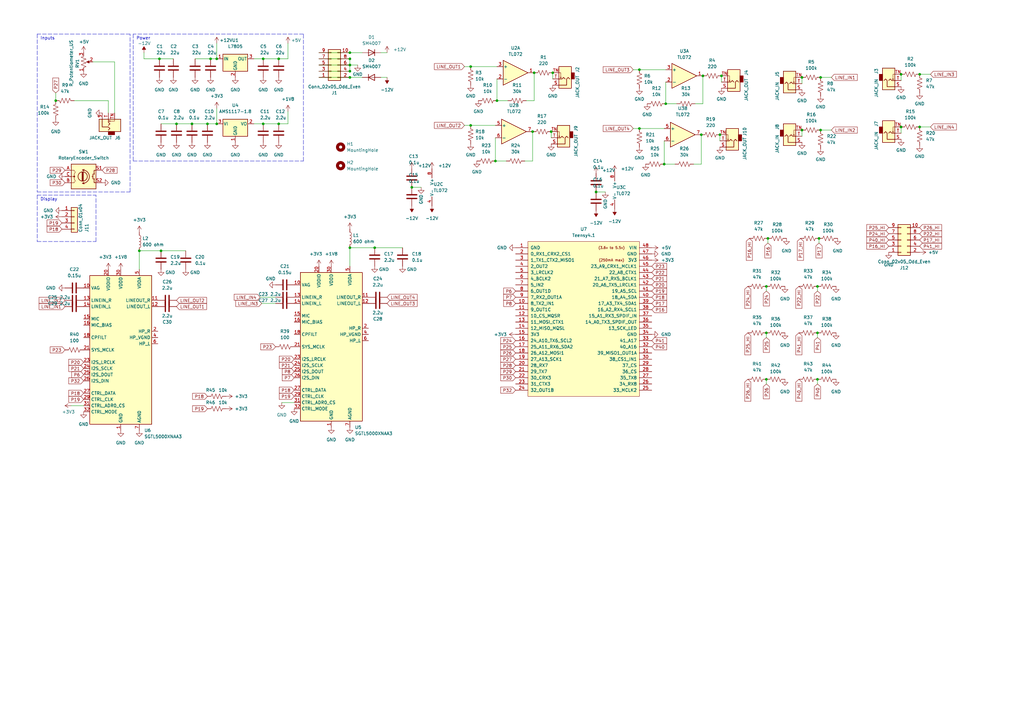
<source format=kicad_sch>
(kicad_sch (version 20211123) (generator eeschema)
  (paper "A3")
  (title_block (title "BM Math Camp Synth 2023"))
  (junction (at 85.09 50.8))
  (junction (at 143.51 29.21))
  (junction (at 226.695 29.845))
  (junction (at 262.255 52.705))
  (junction (at 143.51 101.6))
  (junction (at 143.51 26.67))
  (junction (at 262.255 28.575))
  (junction (at 86.36 24.13))
  (junction (at 369.57 30.48))
  (junction (at 295.91 31.115))
  (junction (at 244.475 78.74))
  (junction (at 66.04 102.87))
  (junction (at 143.51 24.13))
  (junction (at 57.15 102.87))
  (junction (at 377.19 52.07))
  (junction (at 193.04 27.305))
  (junction (at 288.29 31.115))
  (junction (at 369.57 52.07))
  (junction (at 273.05 42.545))
  (junction (at 335.28 117.475))
  (junction (at 377.19 30.48))
  (junction (at 88.9 24.13))
  (junction (at 287.655 55.245))
  (junction (at 143.51 21.59))
  (junction (at 22.86 41.275))
  (junction (at 226.06 53.975))
  (junction (at 272.415 67.31))
  (junction (at 143.51 31.75))
  (junction (at 65.405 24.13))
  (junction (at 114.3 50.8))
  (junction (at 218.44 53.975))
  (junction (at 193.04 51.435))
  (junction (at 335.915 97.79))
  (junction (at 203.2 66.04))
  (junction (at 203.835 41.275))
  (junction (at 153.67 101.6))
  (junction (at 107.95 24.13))
  (junction (at 335.28 136.525))
  (junction (at 72.39 50.8))
  (junction (at 336.55 31.75))
  (junction (at 88.9 50.8))
  (junction (at 314.96 97.79))
  (junction (at 219.075 29.845))
  (junction (at 314.325 136.525))
  (junction (at 314.325 117.475))
  (junction (at 114.3 24.13))
  (junction (at 168.91 76.835))
  (junction (at 328.93 53.34))
  (junction (at 78.74 50.8))
  (junction (at 295.275 55.245))
  (junction (at 336.55 53.34))
  (junction (at 107.95 50.8))
  (junction (at 314.325 155.575))
  (junction (at 328.93 31.75))
  (junction (at 335.28 155.575))
  (polyline (pts (xy 54.61 66.04) (xy 124.46 66.04)))
  (wire (pts (xy 143.51 26.67) (xy 146.685 26.67)))
  (wire (pts (xy 59.055 24.13) (xy 65.405 24.13)))
  (wire (pts (xy 335.915 99.695) (xy 335.915 97.79)))
  (wire (pts (xy 336.55 31.75) (xy 340.995 31.75)))
  (wire (pts (xy 30.48 41.275) (xy 44.45 41.275)))
  (wire (pts (xy 107.95 24.13) (xy 114.3 24.13)))
  (wire (pts (xy 335.28 138.43) (xy 335.28 136.525)))
  (wire (pts (xy 130.81 31.75) (xy 143.51 31.75)))
  (wire (pts (xy 314.325 119.38) (xy 314.325 117.475)))
  (wire (pts (xy 193.04 51.435) (xy 203.2 51.435)))
  (polyline (pts (xy 15.24 78.74) (xy 53.34 78.74)))
  (wire (pts (xy 88.9 17.78) (xy 88.9 24.13)))
  (wire (pts (xy 295.275 55.245) (xy 295.275 57.785)))
  (polyline (pts (xy 53.34 13.97) (xy 15.24 13.97)))
  (wire (pts (xy 88.9 44.45) (xy 88.9 50.8)))
  (wire (pts (xy 107.315 124.46) (xy 113.03 124.46)))
  (polyline (pts (xy 15.24 80.01) (xy 39.37 80.01)))
  (wire (pts (xy 287.655 67.31) (xy 284.48 67.31)))
  (wire (pts (xy 130.81 26.67) (xy 143.51 26.67)))
  (wire (pts (xy 86.36 24.13) (xy 88.9 24.13)))
  (wire (pts (xy 190.5 27.305) (xy 193.04 27.305)))
  (wire (pts (xy 104.14 24.13) (xy 107.95 24.13)))
  (wire (pts (xy 203.2 56.515) (xy 203.2 66.04)))
  (wire (pts (xy 314.325 157.48) (xy 314.325 155.575)))
  (wire (pts (xy 72.39 50.8) (xy 78.74 50.8)))
  (wire (pts (xy 104.14 50.8) (xy 107.95 50.8)))
  (wire (pts (xy 335.28 157.48) (xy 335.28 155.575)))
  (wire (pts (xy 130.81 29.21) (xy 143.51 29.21)))
  (wire (pts (xy 262.255 52.705) (xy 272.415 52.705)))
  (wire (pts (xy 377.19 52.07) (xy 381.635 52.07)))
  (polyline (pts (xy 15.24 99.06) (xy 39.37 99.06)))
  (polyline (pts (xy 15.24 13.97) (xy 15.24 78.74)))
  (wire (pts (xy 78.74 50.8) (xy 85.09 50.8)))
  (wire (pts (xy 130.81 21.59) (xy 143.51 21.59)))
  (wire (pts (xy 143.51 29.21) (xy 143.51 26.67)))
  (wire (pts (xy 22.86 38.1) (xy 22.86 41.275)))
  (wire (pts (xy 143.51 101.6) (xy 143.51 109.22)))
  (wire (pts (xy 248.285 78.74) (xy 244.475 78.74)))
  (wire (pts (xy 143.51 26.67) (xy 143.51 24.13)))
  (wire (pts (xy 29.21 166.37) (xy 34.29 166.37)))
  (wire (pts (xy 272.415 67.31) (xy 276.86 67.31)))
  (wire (pts (xy 65.405 24.13) (xy 71.12 24.13)))
  (wire (pts (xy 369.57 30.48) (xy 369.57 33.02)))
  (wire (pts (xy 203.2 66.04) (xy 207.645 66.04)))
  (wire (pts (xy 118.11 17.78) (xy 118.11 24.13)))
  (polyline (pts (xy 124.46 13.97) (xy 54.61 13.97)))
  (wire (pts (xy 369.57 52.07) (xy 369.57 54.61)))
  (wire (pts (xy 226.695 29.845) (xy 226.695 32.385)))
  (wire (pts (xy 218.44 53.975) (xy 218.44 66.04)))
  (wire (pts (xy 66.04 50.8) (xy 72.39 50.8)))
  (wire (pts (xy 219.075 41.275) (xy 219.075 29.845)))
  (wire (pts (xy 143.51 21.59) (xy 148.59 21.59)))
  (wire (pts (xy 259.715 28.575) (xy 262.255 28.575)))
  (wire (pts (xy 107.95 50.8) (xy 114.3 50.8)))
  (wire (pts (xy 277.495 42.545) (xy 273.05 42.545)))
  (wire (pts (xy 85.09 50.8) (xy 88.9 50.8)))
  (wire (pts (xy 287.655 55.245) (xy 287.655 67.31)))
  (wire (pts (xy 273.05 42.545) (xy 273.05 33.655)))
  (wire (pts (xy 190.5 51.435) (xy 193.04 51.435)))
  (wire (pts (xy 115.57 165.1) (xy 120.65 165.1)))
  (wire (pts (xy 215.9 41.275) (xy 219.075 41.275)))
  (wire (pts (xy 156.21 21.59) (xy 158.75 21.59)))
  (wire (pts (xy 156.21 31.75) (xy 158.75 31.75)))
  (wire (pts (xy 38.1 25.4) (xy 46.99 25.4)))
  (wire (pts (xy 208.28 41.275) (xy 203.835 41.275)))
  (wire (pts (xy 57.15 102.87) (xy 66.04 102.87)))
  (wire (pts (xy 285.115 42.545) (xy 288.29 42.545)))
  (wire (pts (xy 288.29 42.545) (xy 288.29 31.115)))
  (wire (pts (xy 130.81 24.13) (xy 143.51 24.13)))
  (wire (pts (xy 118.11 45.72) (xy 118.11 50.8)))
  (polyline (pts (xy 53.34 78.74) (xy 53.34 13.97)))
  (wire (pts (xy 59.055 21.59) (xy 59.055 24.13)))
  (wire (pts (xy 143.51 31.75) (xy 148.59 31.75)))
  (wire (pts (xy 328.93 53.34) (xy 328.93 55.88)))
  (wire (pts (xy 262.255 28.575) (xy 273.05 28.575)))
  (wire (pts (xy 259.715 52.705) (xy 262.255 52.705)))
  (wire (pts (xy 328.93 31.75) (xy 328.93 34.29)))
  (polyline (pts (xy 54.61 13.97) (xy 54.61 66.04)))
  (wire (pts (xy 314.325 138.43) (xy 314.325 136.525)))
  (wire (pts (xy 80.01 24.13) (xy 86.36 24.13)))
  (polyline (pts (xy 15.24 80.01) (xy 15.24 99.06)))
  (wire (pts (xy 143.51 101.6) (xy 153.67 101.6)))
  (wire (pts (xy 57.15 102.87) (xy 57.15 110.49)))
  (wire (pts (xy 226.06 53.975) (xy 226.06 56.515)))
  (polyline (pts (xy 39.37 99.06) (xy 39.37 80.01)))
  (wire (pts (xy 44.45 41.275) (xy 44.45 46.355)))
  (wire (pts (xy 46.99 25.4) (xy 46.99 46.355)))
  (wire (pts (xy 193.04 27.305) (xy 203.835 27.305)))
  (wire (pts (xy 295.91 31.115) (xy 295.91 33.655)))
  (wire (pts (xy 118.11 24.13) (xy 114.3 24.13)))
  (wire (pts (xy 218.44 66.04) (xy 215.265 66.04)))
  (wire (pts (xy 314.96 99.695) (xy 314.96 97.79)))
  (wire (pts (xy 272.415 57.785) (xy 272.415 67.31)))
  (wire (pts (xy 118.11 50.8) (xy 114.3 50.8)))
  (wire (pts (xy 66.04 102.87) (xy 76.2 102.87)))
  (wire (pts (xy 153.67 101.6) (xy 165.1 101.6)))
  (wire (pts (xy 377.19 30.48) (xy 381.635 30.48)))
  (wire (pts (xy 335.28 119.38) (xy 335.28 117.475)))
  (wire (pts (xy 106.68 121.92) (xy 113.03 121.92)))
  (wire (pts (xy 172.72 76.835) (xy 168.91 76.835)))
  (wire (pts (xy 203.835 41.275) (xy 203.835 32.385)))
  (wire (pts (xy 336.55 53.34) (xy 340.995 53.34)))
  (polyline (pts (xy 124.46 66.04) (xy 124.46 13.97)))
  (text "Display" (at 16.51 82.55 0) (effects (font (size 1.27 1.27)) (justify left bottom)))
  (text "Inputs" (at 16.51 16.51 0) (effects (font (size 1.27 1.27)) (justify left bottom)))
  (text "Power" (at 55.88 16.51 0) (effects (font (size 1.27 1.27)) (justify left bottom)))
  (global_label "P16_HI" (shape input) (at 364.49 100.965 180) (property "Intersheet References" "${INTERSHEET_REFS}" (effects hide)))
  (global_label "P6" (shape input) (at 211.455 119.38 180) (property "Intersheet References" "${INTERSHEET_REFS}" (effects hide)))
  (global_label "LINE_IN2" (shape input) (at 26.67 123.19 180) (property "Intersheet References" "${INTERSHEET_REFS}" (effects hide)))
  (global_label "P30" (shape input) (at 211.455 154.94 180) (property "Intersheet References" "${INTERSHEET_REFS}" (effects hide)))
  (global_label "P20" (shape input) (at 120.65 147.32 180) (property "Intersheet References" "${INTERSHEET_REFS}" (effects hide)))
  (global_label "LINE_OUT4" (shape input) (at 158.75 121.92 0) (property "Intersheet References" "${INTERSHEET_REFS}" (effects hide)))
  (global_label "P41_HI" (shape input) (at 327.66 136.525 270) (property "Intersheet References" "${INTERSHEET_REFS}" (effects hide)))
  (global_label "P19" (shape input) (at 267.335 119.38 0) (property "Intersheet References" "${INTERSHEET_REFS}" (effects hide)))
  (global_label "LINE_OUT2" (shape input) (at 190.5 51.435 180) (property "Intersheet References" "${INTERSHEET_REFS}" (effects hide)))
  (global_label "P40_HI" (shape input) (at 364.49 98.425 180) (property "Intersheet References" "${INTERSHEET_REFS}" (effects hide)))
  (global_label "LINE_OUT2" (shape input) (at 72.39 123.19 0) (property "Intersheet References" "${INTERSHEET_REFS}" (effects hide)))
  (global_label "P23" (shape input) (at 113.03 142.24 180) (property "Intersheet References" "${INTERSHEET_REFS}" (effects hide)))
  (global_label "LINE_IN4" (shape input) (at 106.68 121.92 180) (property "Intersheet References" "${INTERSHEET_REFS}" (effects hide)))
  (global_label "P41" (shape input) (at 267.335 139.7 0) (property "Intersheet References" "${INTERSHEET_REFS}" (effects hide)))
  (global_label "LINE_OUT4" (shape input) (at 259.715 52.705 180) (property "Intersheet References" "${INTERSHEET_REFS}" (effects hide)))
  (global_label "P41_HI" (shape input) (at 377.19 100.965 0) (property "Intersheet References" "${INTERSHEET_REFS}" (effects hide)))
  (global_label "P19" (shape input) (at 85.09 167.64 180) (property "Intersheet References" "${INTERSHEET_REFS}" (effects hide)))
  (global_label "P32" (shape input) (at 211.455 160.02 180) (property "Intersheet References" "${INTERSHEET_REFS}" (effects hide)))
  (global_label "LINE_IN3" (shape input) (at 107.315 124.46 180) (property "Intersheet References" "${INTERSHEET_REFS}" (effects hide)))
  (global_label "P16" (shape input) (at 314.96 99.695 270) (property "Intersheet References" "${INTERSHEET_REFS}" (effects hide)))
  (global_label "P19" (shape input) (at 25.4 91.44 180) (property "Intersheet References" "${INTERSHEET_REFS}" (effects hide)))
  (global_label "P7" (shape input) (at 211.455 121.92 180) (property "Intersheet References" "${INTERSHEET_REFS}" (effects hide)))
  (global_label "P27" (shape input) (at 211.455 147.32 180) (property "Intersheet References" "${INTERSHEET_REFS}" (effects hide)))
  (global_label "P23" (shape input) (at 26.67 143.51 180) (property "Intersheet References" "${INTERSHEET_REFS}" (effects hide)))
  (global_label "LINE_IN1" (shape input) (at 340.995 31.75 0) (property "Intersheet References" "${INTERSHEET_REFS}" (effects hide)))
  (global_label "P16_HI" (shape input) (at 307.34 97.79 270) (property "Intersheet References" "${INTERSHEET_REFS}" (effects hide)))
  (global_label "P18" (shape input) (at 34.29 161.29 180) (property "Intersheet References" "${INTERSHEET_REFS}" (effects hide)))
  (global_label "P29" (shape input) (at 26.67 69.85 180) (property "Intersheet References" "${INTERSHEET_REFS}" (effects hide)))
  (global_label "P19" (shape input) (at 34.29 163.83 180) (property "Intersheet References" "${INTERSHEET_REFS}" (effects hide)))
  (global_label "P18" (shape input) (at 267.335 121.92 0) (property "Intersheet References" "${INTERSHEET_REFS}" (effects hide)))
  (global_label "P22_HI" (shape input) (at 327.66 117.475 270) (property "Intersheet References" "${INTERSHEET_REFS}" (effects hide)))
  (global_label "P26" (shape input) (at 211.455 144.78 180) (property "Intersheet References" "${INTERSHEET_REFS}" (effects hide)))
  (global_label "P7" (shape input) (at 120.65 154.94 180) (property "Intersheet References" "${INTERSHEET_REFS}" (effects hide)))
  (global_label "LINE_IN4" (shape input) (at 381.635 52.07 0) (property "Intersheet References" "${INTERSHEET_REFS}" (effects hide)))
  (global_label "P24" (shape input) (at 314.325 119.38 270) (property "Intersheet References" "${INTERSHEET_REFS}" (effects hide)))
  (global_label "P20" (shape input) (at 267.335 116.84 0) (property "Intersheet References" "${INTERSHEET_REFS}" (effects hide)))
  (global_label "P18" (shape input) (at 120.65 160.02 180) (property "Intersheet References" "${INTERSHEET_REFS}" (effects hide)))
  (global_label "LINE_OUT3" (shape input) (at 158.75 124.46 0) (property "Intersheet References" "${INTERSHEET_REFS}" (effects hide)))
  (global_label "P26" (shape input) (at 314.325 157.48 270) (property "Intersheet References" "${INTERSHEET_REFS}" (effects hide)))
  (global_label "P21" (shape input) (at 267.335 114.3 0) (property "Intersheet References" "${INTERSHEET_REFS}" (effects hide)))
  (global_label "P40" (shape input) (at 335.28 157.48 270) (property "Intersheet References" "${INTERSHEET_REFS}" (effects hide)))
  (global_label "P40" (shape input) (at 267.335 142.24 0) (property "Intersheet References" "${INTERSHEET_REFS}" (effects hide)))
  (global_label "P22_HI" (shape input) (at 377.19 95.885 0) (property "Intersheet References" "${INTERSHEET_REFS}" (effects hide)))
  (global_label "P24_HI" (shape input) (at 364.49 95.885 180) (property "Intersheet References" "${INTERSHEET_REFS}" (effects hide)))
  (global_label "P16" (shape input) (at 267.335 127 0) (property "Intersheet References" "${INTERSHEET_REFS}" (effects hide)))
  (global_label "P17_HI" (shape input) (at 377.19 98.425 0) (property "Intersheet References" "${INTERSHEET_REFS}" (effects hide)))
  (global_label "P18" (shape input) (at 25.4 93.98 180) (property "Intersheet References" "${INTERSHEET_REFS}" (effects hide)))
  (global_label "P8" (shape input) (at 211.455 124.46 180) (property "Intersheet References" "${INTERSHEET_REFS}" (effects hide)))
  (global_label "P25" (shape input) (at 314.325 138.43 270) (property "Intersheet References" "${INTERSHEET_REFS}" (effects hide)))
  (global_label "P21" (shape input) (at 34.29 151.13 180) (property "Intersheet References" "${INTERSHEET_REFS}" (effects hide)))
  (global_label "P20" (shape input) (at 34.29 148.59 180) (property "Intersheet References" "${INTERSHEET_REFS}" (effects hide)))
  (global_label "LINE_OUT1" (shape input) (at 72.39 125.73 0) (property "Intersheet References" "${INTERSHEET_REFS}" (effects hide)))
  (global_label "P29" (shape input) (at 211.455 152.4 180) (property "Intersheet References" "${INTERSHEET_REFS}" (effects hide)))
  (global_label "LINE_IN1" (shape input) (at 26.67 125.73 180) (property "Intersheet References" "${INTERSHEET_REFS}" (effects hide)))
  (global_label "P25_HI" (shape input) (at 306.705 136.525 270) (property "Intersheet References" "${INTERSHEET_REFS}" (effects hide)))
  (global_label "P21" (shape input) (at 120.65 149.86 180) (property "Intersheet References" "${INTERSHEET_REFS}" (effects hide)))
  (global_label "P22" (shape input) (at 335.28 119.38 270) (property "Intersheet References" "${INTERSHEET_REFS}" (effects hide)))
  (global_label "P30" (shape input) (at 26.67 74.93 180) (property "Intersheet References" "${INTERSHEET_REFS}" (effects hide)))
  (global_label "P23" (shape input) (at 267.335 109.22 0) (property "Intersheet References" "${INTERSHEET_REFS}" (effects hide)))
  (global_label "P32" (shape input) (at 34.29 156.21 180) (property "Intersheet References" "${INTERSHEET_REFS}" (effects hide)))
  (global_label "P26_HI" (shape input) (at 306.705 155.575 270) (property "Intersheet References" "${INTERSHEET_REFS}" (effects hide)))
  (global_label "P8" (shape input) (at 120.65 152.4 180) (property "Intersheet References" "${INTERSHEET_REFS}" (effects hide)))
  (global_label "P28" (shape input) (at 211.455 149.86 180) (property "Intersheet References" "${INTERSHEET_REFS}" (effects hide)))
  (global_label "LINE_IN3" (shape input) (at 381.635 30.48 0) (property "Intersheet References" "${INTERSHEET_REFS}" (effects hide)))
  (global_label "P28" (shape input) (at 41.91 69.85 0) (property "Intersheet References" "${INTERSHEET_REFS}" (effects hide)))
  (global_label "P41" (shape input) (at 335.28 138.43 270) (property "Intersheet References" "${INTERSHEET_REFS}" (effects hide)))
  (global_label "P24" (shape input) (at 211.455 139.7 180) (property "Intersheet References" "${INTERSHEET_REFS}" (effects hide)))
  (global_label "P17" (shape input) (at 335.915 99.695 270) (property "Intersheet References" "${INTERSHEET_REFS}" (effects hide)))
  (global_label "P17_HI" (shape input) (at 328.295 97.79 270) (property "Intersheet References" "${INTERSHEET_REFS}" (effects hide)))
  (global_label "LINE_IN2" (shape input) (at 340.995 53.34 0) (property "Intersheet References" "${INTERSHEET_REFS}" (effects hide)))
  (global_label "LINE_OUT3" (shape input) (at 259.715 28.575 180) (property "Intersheet References" "${INTERSHEET_REFS}" (effects hide)))
  (global_label "P24_HI" (shape input) (at 306.705 117.475 270) (property "Intersheet References" "${INTERSHEET_REFS}" (effects hide)))
  (global_label "P19" (shape input) (at 120.65 162.56 180) (property "Intersheet References" "${INTERSHEET_REFS}" (effects hide)))
  (global_label "P27" (shape input) (at 22.86 38.1 90) (property "Intersheet References" "${INTERSHEET_REFS}" (effects hide)))
  (global_label "P40_HI" (shape input) (at 327.66 155.575 270) (property "Intersheet References" "${INTERSHEET_REFS}" (effects hide)))
  (global_label "P6" (shape input) (at 34.29 153.67 180) (property "Intersheet References" "${INTERSHEET_REFS}" (effects hide)))
  (global_label "P17" (shape input) (at 267.335 124.46 0) (property "Intersheet References" "${INTERSHEET_REFS}" (effects hide)))
  (global_label "P22" (shape input) (at 267.335 111.76 0) (property "Intersheet References" "${INTERSHEET_REFS}" (effects hide)))
  (global_label "P25" (shape input) (at 211.455 142.24 180) (property "Intersheet References" "${INTERSHEET_REFS}" (effects hide)))
  (global_label "P18" (shape input) (at 85.09 162.56 180) (property "Intersheet References" "${INTERSHEET_REFS}" (effects hide)))
  (global_label "P25_HI" (shape input) (at 364.49 93.345 180) (property "Intersheet References" "${INTERSHEET_REFS}" (effects hide)))
  (global_label "P26_HI" (shape input) (at 377.19 93.345 0) (property "Intersheet References" "${INTERSHEET_REFS}" (effects hide)))
  (global_label "LINE_OUT1" (shape input) (at 190.5 27.305 180) (property "Intersheet References" "${INTERSHEET_REFS}" (effects hide)))
  (symbol (lib_id "power:GND") (at 193.04 59.055 0) (mirror y) (unit 1)
    (property "Reference" "#PWR039" (effects hide))
    (property "Value" "GND" (at 193.04 63.5 0))
  )
  (symbol (lib_id "Connector:AudioJack2_SwitchT") (at 323.85 55.88 0) (mirror x) (unit 1)
    (property "Reference" "J8" (at 318.77 52.07 90))
    (property "Value" "JACK_IN" (at 318.77 59.055 90))
    (property "Footprint" "Connector_Audio:Jack_3.5mm_QingPu_WQP-PJ398SM_Vertical_CircularHoles" (effects hide))
  )
  (symbol (lib_id "Device:R_US") (at 336.55 57.15 180) (unit 1)
    (property "Reference" "R22" (at 339.09 55.8799 0) (effects (justify right)))
    (property "Value" "47k" (at 339.09 58.4199 0) (effects (justify right)))
    (property "Footprint" "Resistor_SMD:R_0603_1608Metric" (effects hide))
  )
  (symbol (lib_id "Device:R_US") (at 211.455 66.04 90) (unit 1)
    (property "Reference" "R24" (at 211.455 59.69 90))
    (property "Value" "30k" (at 211.455 62.23 90))
    (property "Footprint" "Resistor_SMD:R_0603_1608Metric" (effects hide))
  )
  (symbol (lib_id "Device:C") (at 66.04 106.68 0) (unit 1)
    (property "Reference" "C19" (at 69.85 105.4099 0) (effects (justify left)))
    (property "Value" "2.2u" (at 69.85 107.9499 0) (effects (justify left)))
    (property "Footprint" "Capacitor_SMD:C_0603_1608Metric" (effects hide))
  )
  (symbol (lib_id "Device:R_US") (at 22.86 45.085 0) (mirror x) (unit 1)
    (property "Reference" "R14" (at 20.32 43.8149 0) (effects (justify right)))
    (property "Value" "100k" (at 20.32 46.3549 0) (effects (justify right)))
    (property "Footprint" "Resistor_SMD:R_0603_1608Metric" (effects hide))
  )
  (symbol (lib_id "Device:R_US") (at 222.25 53.975 90) (unit 1)
    (property "Reference" "R17" (at 222.25 47.625 90))
    (property "Value" "220" (at 222.25 50.165 90))
    (property "Footprint" "Resistor_SMD:R_0603_1608Metric" (effects hide))
  )
  (symbol (lib_id "power:GND") (at 153.67 109.22 0) (unit 1)
    (property "Reference" "#PWR073" (effects hide))
    (property "Value" "GND" (at 157.48 110.49 0))
  )
  (symbol (lib_id "power:GND") (at 57.15 176.53 0) (unit 1)
    (property "Reference" "#PWR098" (effects hide))
    (property "Value" "GND" (at 57.15 181.61 0))
  )
  (symbol (lib_id "Device:C") (at 168.91 73.025 0) (unit 1)
    (property "Reference" "C13" (at 167.64 64.135 0) (effects (justify left)))
    (property "Value" "0.1u" (at 167.64 66.675 0) (effects (justify left)))
    (property "Footprint" "Capacitor_SMD:C_0603_1608Metric" (effects hide))
  )
  (symbol (lib_id "power:+5V") (at 118.11 17.78 0) (unit 1)
    (property "Reference" "#PWR02" (effects hide))
    (property "Value" "+5V" (at 119.38 16.51 0) (effects (justify left)))
  )
  (symbol (lib_id "Connector:AudioJack2_SwitchT") (at 300.355 57.785 180) (unit 1)
    (property "Reference" "J10" (at 305.435 53.975 90))
    (property "Value" "JACK_OUT" (at 305.435 60.96 90))
    (property "Footprint" "Connector_Audio:Jack_3.5mm_QingPu_WQP-PJ398SM_Vertical_CircularHoles" (effects hide))
  )
  (symbol (lib_id "Device:R_US") (at 193.04 55.245 180) (unit 1)
    (property "Reference" "R18" (at 194.945 53.9749 0) (effects (justify right)))
    (property "Value" "10k" (at 194.945 56.5149 0) (effects (justify right)))
    (property "Footprint" "Resistor_SMD:R_0603_1608Metric" (effects hide))
  )
  (symbol (lib_id "power:GND") (at 80.01 31.75 0) (unit 1)
    (property "Reference" "#PWR010" (effects hide))
    (property "Value" "GND" (at 80.01 36.83 0))
  )
  (symbol (lib_id "Device:R_US") (at 318.77 97.79 270) (unit 1)
    (property "Reference" "R28" (at 318.77 92.075 90))
    (property "Value" "100k" (at 318.77 94.615 90))
    (property "Footprint" "Resistor_SMD:R_0603_1608Metric" (effects hide))
  )
  (symbol (lib_id "Device:R_US") (at 339.725 97.79 270) (unit 1)
    (property "Reference" "R30" (at 339.725 92.075 90))
    (property "Value" "100k" (at 339.725 94.615 90))
    (property "Footprint" "Resistor_SMD:R_0603_1608Metric" (effects hide))
  )
  (symbol (lib_id "Device:C") (at 86.36 27.94 0) (unit 1)
    (property "Reference" "C4" (at 85.09 19.05 0) (effects (justify left)))
    (property "Value" "22u" (at 85.09 21.59 0) (effects (justify left)))
    (property "Footprint" "Capacitor_SMD:C_0805_2012Metric" (effects hide))
  )
  (symbol (lib_id "Device:R_US") (at 311.15 97.79 90) (unit 1)
    (property "Reference" "R27" (at 311.15 91.44 90))
    (property "Value" "47k" (at 311.15 93.98 90))
    (property "Footprint" "Resistor_SMD:R_0603_1608Metric" (effects hide))
  )
  (symbol (lib_id "Device:C") (at 68.58 123.19 90) (unit 1)
    (property "Reference" "C26" (at 68.58 115.57 90))
    (property "Value" "2.2u" (at 68.58 118.11 90))
    (property "Footprint" "Capacitor_SMD:C_0603_1608Metric" (effects hide))
  )
  (symbol (lib_id "power:GND") (at 113.03 116.84 270) (unit 1)
    (property "Reference" "#PWR079" (effects hide))
    (property "Value" "GND" (at 113.03 114.3 90) (effects (justify right)))
  )
  (symbol (lib_id "Device:C") (at 116.84 116.84 90) (unit 1)
    (property "Reference" "C21" (at 116.84 109.22 90))
    (property "Value" "0.15u" (at 116.84 111.76 90))
    (property "Footprint" "Capacitor_SMD:C_0603_1608Metric" (effects hide))
  )
  (symbol (lib_id "power:GND") (at 377.19 38.1 0) (mirror y) (unit 1)
    (property "Reference" "#PWR022" (effects hide))
    (property "Value" "GND" (at 377.19 42.545 0))
  )
  (symbol (lib_id "power:GND") (at 336.55 39.37 0) (mirror y) (unit 1)
    (property "Reference" "#PWR023" (effects hide))
    (property "Value" "GND" (at 336.55 43.815 0))
  )
  (symbol (lib_id "Regulator_Linear:AMS1117-1.8") (at 96.52 50.8 0) (unit 1)
    (property "Reference" "U4" (at 96.52 43.18 0))
    (property "Value" "AMS1117-1.8" (at 96.52 45.72 0))
    (property "Footprint" "Package_TO_SOT_SMD:SOT-223-3_TabPin2" (effects hide))
    (property "Datasheet" "http://www.advanced-monolithic.com/pdf/ds1117.pdf" (effects hide))
  )
  (symbol (lib_id "Device:R_US") (at 310.515 117.475 90) (unit 1)
    (property "Reference" "R31" (at 310.515 111.125 90))
    (property "Value" "47k" (at 310.515 113.665 90))
    (property "Footprint" "Resistor_SMD:R_0603_1608Metric" (effects hide))
  )
  (symbol (lib_id "power:GND") (at 262.255 36.195 0) (mirror y) (unit 1)
    (property "Reference" "#PWR019" (effects hide))
    (property "Value" "GND" (at 262.255 40.64 0))
  )
  (symbol (lib_id "Device:R_US") (at 30.48 143.51 90) (unit 1)
    (property "Reference" "R40" (at 30.48 137.16 90))
    (property "Value" "100" (at 30.48 139.7 90))
    (property "Footprint" "Resistor_SMD:R_0603_1608Metric" (effects hide))
  )
  (symbol (lib_id "power:+5V") (at 34.29 21.59 0) (unit 1)
    (property "Reference" "#PWR03" (effects hide))
    (property "Value" "+5V" (at 32.385 17.145 0) (effects (justify left)))
  )
  (symbol (lib_id "Device:R_US") (at 339.09 117.475 270) (unit 1)
    (property "Reference" "R34" (at 339.09 111.76 90))
    (property "Value" "100k" (at 339.09 114.3 90))
    (property "Footprint" "Resistor_SMD:R_0603_1608Metric" (effects hide))
  )
  (symbol (lib_id "Connector_Generic:Conn_02x05_Odd_Even") (at 135.89 26.67 0) (mirror x) (unit 1)
    (property "Reference" "J1" (at 137.16 38.1 0))
    (property "Value" "Conn_02x05_Odd_Even" (at 137.16 35.56 0))
    (property "Footprint" "Connector_IDC:IDC-Header_2x05_P2.54mm_Vertical" (effects hide))
  )
  (symbol (lib_id "power:GND") (at 34.29 29.21 0) (unit 1)
    (property "Reference" "#PWR07" (effects hide))
    (property "Value" "GND" (at 34.29 34.29 0))
  )
  (symbol (lib_id "power:GND") (at 321.945 117.475 0) (unit 1)
    (property "Reference" "#PWR080" (effects hide))
    (property "Value" "GND" (at 321.945 122.555 0))
  )
  (symbol (lib_id "Device:R_US") (at 339.09 136.525 270) (unit 1)
    (property "Reference" "R38" (at 339.09 130.81 90))
    (property "Value" "100k" (at 339.09 133.35 90))
    (property "Footprint" "Resistor_SMD:R_0603_1608Metric" (effects hide))
  )
  (symbol (lib_id "power:GND") (at 66.04 110.49 0) (unit 1)
    (property "Reference" "#PWR077" (effects hide))
    (property "Value" "GND" (at 69.85 111.76 0))
  )
  (symbol (lib_id "Connector:AudioJack2_SwitchT") (at 44.45 51.435 90) (unit 1)
    (property "Reference" "J6" (at 48.26 56.515 90))
    (property "Value" "JACK_OUT" (at 41.275 56.515 90))
    (property "Footprint" "Connector_Audio:Jack_3.5mm_QingPu_WQP-PJ398SM_Vertical_CircularHoles" (effects hide))
  )
  (symbol (lib_id "Device:R_US") (at 26.67 41.275 270) (mirror x) (unit 1)
    (property "Reference" "R9" (at 26.67 34.925 90))
    (property "Value" "47k" (at 26.67 37.465 90))
    (property "Footprint" "Resistor_SMD:R_0603_1608Metric" (effects hide))
  )
  (symbol (lib_id "Device:R_US") (at 332.74 31.75 90) (unit 1)
    (property "Reference" "R5" (at 332.74 25.4 90))
    (property "Value" "100k" (at 332.74 27.94 90))
    (property "Footprint" "Resistor_SMD:R_0603_1608Metric" (effects hide))
  )
  (symbol (lib_id "Device:R_Potentiometer_US") (at 34.29 25.4 0) (mirror x) (unit 1)
    (property "Reference" "RV1" (at 31.75 27.94 90) (effects (justify right)))
    (property "Value" "R_Potentiometer_US" (at 29.21 35.56 90) (effects (justify right)))
    (property "Footprint" "Potentiometer_THT:Potentiometer_Alpha_RD901F-40-00D_Single_Vertical" (effects hide))
  )
  (symbol (lib_id "Connector_Generic:Conn_02x05_Odd_Even") (at 369.57 98.425 0) (mirror x) (unit 1)
    (property "Reference" "J12" (at 370.84 109.855 0))
    (property "Value" "Conn_02x05_Odd_Even" (at 370.84 107.315 0))
    (property "Footprint" "Connector_IDC:IDC-Header_2x05_P2.54mm_Vertical" (effects hide))
  )
  (symbol (lib_id "Device:R_US") (at 331.47 136.525 90) (unit 1)
    (property "Reference" "R37" (at 331.47 130.175 90))
    (property "Value" "47k" (at 331.47 132.715 90))
    (property "Footprint" "Resistor_SMD:R_0603_1608Metric" (effects hide))
  )
  (symbol (lib_id "power:GND") (at 107.95 58.42 0) (unit 1)
    (property "Reference" "#PWR036" (effects hide))
    (property "Value" "GND" (at 107.95 63.5 0))
  )
  (symbol (lib_id "Device:C") (at 114.3 27.94 0) (unit 1)
    (property "Reference" "C6" (at 113.03 19.05 0) (effects (justify left)))
    (property "Value" "22u" (at 113.03 21.59 0) (effects (justify left)))
    (property "Footprint" "Capacitor_SMD:C_0805_2012Metric" (effects hide))
  )
  (symbol (lib_id "Device:C") (at 116.84 121.92 90) (unit 1)
    (property "Reference" "C23" (at 107.95 120.65 90))
    (property "Value" "2.2u" (at 113.03 120.65 90))
    (property "Footprint" "Capacitor_SMD:C_0603_1608Metric" (effects hide))
  )
  (symbol (lib_id "power:+12V") (at 177.165 69.215 0) (mirror y) (unit 1)
    (property "Reference" "#PWR048" (effects hide))
    (property "Value" "+12V" (at 179.705 67.9451 0) (effects (justify right)))
  )
  (symbol (lib_id "power:+3.3V") (at 29.21 166.37 90) (unit 1)
    (property "Reference" "#PWR091" (effects hide))
    (property "Value" "+3.3V" (at 25.4 168.91 90) (effects (justify right)))
  )
  (symbol (lib_id "Device:R_US") (at 373.38 30.48 90) (unit 1)
    (property "Reference" "R2" (at 373.38 24.13 90))
    (property "Value" "100k" (at 373.38 26.67 90))
    (property "Footprint" "Resistor_SMD:R_0603_1608Metric" (effects hide))
  )
  (symbol (lib_id "Device:C") (at 30.48 125.73 90) (unit 1)
    (property "Reference" "C29" (at 21.59 124.46 90))
    (property "Value" "2.2u" (at 26.67 124.46 90))
    (property "Footprint" "Capacitor_SMD:C_0603_1608Metric" (effects hide))
  )
  (symbol (lib_id "Regulator_Linear:L7805") (at 96.52 24.13 0) (unit 1)
    (property "Reference" "U1" (at 96.52 16.51 0))
    (property "Value" "L7805" (at 96.52 19.05 0))
    (property "Footprint" "Package_TO_SOT_SMD:TO-252-2" (effects hide))
    (property "Datasheet" "http://www.st.com/content/ccc/resource/technical/document/datasheet/41/4f/b3/b0/12/d4/47/88/CD00000444.pdf/files/CD00000444.pdf/jcr:content/translations/en.CD00000444.pdf" (effects hide))
  )
  (symbol (lib_id "Device:R_US") (at 336.55 35.56 180) (unit 1)
    (property "Reference" "R8" (at 339.09 34.2899 0) (effects (justify right)))
    (property "Value" "47k" (at 339.09 36.8299 0) (effects (justify right)))
    (property "Footprint" "Resistor_SMD:R_0603_1608Metric" (effects hide))
  )
  (symbol (lib_id "power:GND") (at 25.4 86.36 270) (unit 1)
    (property "Reference" "#PWR058" (effects hide))
    (property "Value" "GND" (at 17.78 86.36 90) (effects (justify left)))
  )
  (symbol (lib_id "power:GND") (at 267.335 104.14 90) (unit 1)
    (property "Reference" "#PWR069" (effects hide))
    (property "Value" "GND" (at 271.145 104.1399 90) (effects (justify right)))
  )
  (symbol (lib_id "power:-12V") (at 252.095 85.725 180) (unit 1)
    (property "Reference" "#PWR057" (effects hide))
    (property "Value" "-12V" (at 252.095 90.805 0))
  )
  (symbol (lib_id "Device:C") (at 68.58 125.73 90) (unit 1)
    (property "Reference" "C30" (at 68.58 132.08 90))
    (property "Value" "2.2u" (at 68.58 129.54 90))
    (property "Footprint" "Capacitor_SMD:C_0603_1608Metric" (effects hide))
  )
  (symbol (lib_id "Device:C") (at 154.94 124.46 90) (unit 1)
    (property "Reference" "C28" (at 154.94 130.81 90))
    (property "Value" "2.2u" (at 154.94 128.27 90))
    (property "Footprint" "Capacitor_SMD:C_0603_1608Metric" (effects hide))
  )
  (symbol (lib_id "Connector:AudioJack2_SwitchT") (at 364.49 33.02 0) (mirror x) (unit 1)
    (property "Reference" "J3" (at 359.41 29.21 90))
    (property "Value" "JACK_IN" (at 359.41 36.195 90))
    (property "Footprint" "Connector_Audio:Jack_3.5mm_QingPu_WQP-PJ398SM_Vertical_CircularHoles" (effects hide))
  )
  (symbol (lib_id "power:GND") (at 107.95 31.75 0) (unit 1)
    (property "Reference" "#PWR013" (effects hide))
    (property "Value" "GND" (at 107.95 36.83 0))
  )
  (symbol (lib_id "power:GND") (at 146.685 26.67 0) (mirror y) (unit 1)
    (property "Reference" "#PWR06" (effects hide))
    (property "Value" "GND" (at 146.685 30.48 0))
  )
  (symbol (lib_id "power:GND") (at 193.04 34.925 0) (mirror y) (unit 1)
    (property "Reference" "#PWR016" (effects hide))
    (property "Value" "GND" (at 193.04 39.37 0))
  )
  (symbol (lib_id "Amplifier_Operational:TL072") (at 280.67 31.115 0) (unit 1)
    (property "Reference" "U3" (at 280.67 20.955 0))
    (property "Value" "TL072" (at 280.67 23.495 0))
    (property "Footprint" "Package_SO:SOIC-8_3.9x4.9mm_P1.27mm" (effects hide))
    (property "Datasheet" "http://www.ti.com/lit/ds/symlink/tl071.pdf" (effects hide))
  )
  (symbol (lib_id "Mechanical:MountingHole") (at 139.7 67.945 0) (unit 1)
    (property "Reference" "H2" (at 142.24 66.6749 0) (effects (justify left)))
    (property "Value" "MountingHole" (at 142.24 69.2149 0) (effects (justify left)))
    (property "Footprint" "MountingHole:MountingHole_2.2mm_M2" (effects hide))
  )
  (symbol (lib_id "Device:R_US") (at 88.9 162.56 90) (unit 1)
    (property "Reference" "R45" (at 86.36 160.02 90))
    (property "Value" "10k" (at 91.44 160.02 90))
    (property "Footprint" "Resistor_SMD:R_0603_1608Metric" (effects hide))
  )
  (symbol (lib_id "power:+3.3V") (at 44.45 110.49 0) (unit 1)
    (property "Reference" "#PWR075" (effects hide))
    (property "Value" "+3.3V" (at 43.18 105.41 0))
  )
  (symbol (lib_id "power:+3.3V") (at 267.335 106.68 270) (unit 1)
    (property "Reference" "#PWR070" (effects hide))
    (property "Value" "+3.3V" (at 271.145 106.6799 90) (effects (justify left)))
  )
  (symbol (lib_id "power:GND") (at 34.29 168.91 0) (unit 1)
    (property "Reference" "#PWR094" (effects hide))
    (property "Value" "GND" (at 34.29 173.99 0))
  )
  (symbol (lib_id "Device:R_US") (at 116.84 142.24 90) (unit 1)
    (property "Reference" "R39" (at 116.84 135.89 90))
    (property "Value" "100" (at 116.84 138.43 90))
    (property "Footprint" "Resistor_SMD:R_0603_1608Metric" (effects hide))
  )
  (symbol (lib_id "power:+3.3V") (at 92.71 167.64 270) (unit 1)
    (property "Reference" "#PWR092" (effects hide))
    (property "Value" "+3.3V" (at 101.6 167.64 90) (effects (justify right)))
  )
  (symbol (lib_id "Connector:AudioJack2_SwitchT") (at 231.14 56.515 180) (unit 1)
    (property "Reference" "J9" (at 236.22 52.705 90))
    (property "Value" "JACK_OUT" (at 236.22 59.69 90))
    (property "Footprint" "Connector_Audio:Jack_3.5mm_QingPu_WQP-PJ398SM_Vertical_CircularHoles" (effects hide))
  )
  (symbol (lib_id "power:GND") (at 65.405 31.75 0) (unit 1)
    (property "Reference" "#PWR08" (effects hide))
    (property "Value" "GND" (at 65.405 36.83 0))
  )
  (symbol (lib_id "Device:R_US") (at 281.305 42.545 90) (unit 1)
    (property "Reference" "R13" (at 281.305 36.195 90))
    (property "Value" "30k" (at 281.305 38.735 90))
    (property "Footprint" "Resistor_SMD:R_0603_1608Metric" (effects hide))
  )
  (symbol (lib_id "Connector:AudioJack2_SwitchT") (at 231.775 32.385 180) (unit 1)
    (property "Reference" "J2" (at 236.855 28.575 90))
    (property "Value" "JACK_OUT" (at 236.855 35.56 90))
    (property "Footprint" "Connector_Audio:Jack_3.5mm_QingPu_WQP-PJ398SM_Vertical_CircularHoles" (effects hide))
  )
  (symbol (lib_id "Amplifier_Operational:TL072") (at 210.82 53.975 0) (unit 2)
    (property "Reference" "U2" (at 210.82 43.18 0))
    (property "Value" "TL072" (at 210.82 45.72 0))
    (property "Footprint" "Package_SO:SOIC-8_3.9x4.9mm_P1.27mm" (effects hide))
    (property "Datasheet" "http://www.ti.com/lit/ds/symlink/tl071.pdf" (effects hide))
  )
  (symbol (lib_id "Device:R_US") (at 212.09 41.275 90) (unit 1)
    (property "Reference" "R11" (at 212.09 34.925 90))
    (property "Value" "30k" (at 212.09 37.465 90))
    (property "Footprint" "Resistor_SMD:R_0603_1608Metric" (effects hide))
  )
  (symbol (lib_id "power:+3.3V") (at 211.455 137.16 90) (unit 1)
    (property "Reference" "#PWR085" (effects hide))
    (property "Value" "+3.3V" (at 202.565 137.16 90) (effects (justify right)))
  )
  (symbol (lib_id "power:GND") (at 226.695 34.925 0) (mirror y) (unit 1)
    (property "Reference" "#PWR017" (effects hide))
    (property "Value" "GND" (at 226.695 39.37 0))
  )
  (symbol (lib_id "Device:R_US") (at 268.605 67.31 90) (unit 1)
    (property "Reference" "R25" (at 268.605 60.96 90))
    (property "Value" "10k" (at 268.605 63.5 90))
    (property "Footprint" "Resistor_SMD:R_0603_1608Metric" (effects hide))
  )
  (symbol (lib_id "Device:C") (at 244.475 82.55 0) (unit 1)
    (property "Reference" "C16" (at 243.205 73.66 0) (effects (justify left)))
    (property "Value" "0.1u" (at 243.205 76.2 0) (effects (justify left)))
    (property "Footprint" "Capacitor_SMD:C_0603_1608Metric" (effects hide))
  )
  (symbol (lib_id "power:GND") (at 66.04 58.42 0) (unit 1)
    (property "Reference" "#PWR031" (effects hide))
    (property "Value" "GND" (at 66.04 63.5 0))
  )
  (symbol (lib_id "power:GND") (at 343.535 97.79 0) (unit 1)
    (property "Reference" "#PWR064" (effects hide))
    (property "Value" "GND" (at 343.535 102.87 0))
  )
  (symbol (lib_id "Device:C") (at 107.95 54.61 0) (unit 1)
    (property "Reference" "C11" (at 106.68 45.72 0) (effects (justify left)))
    (property "Value" "2.2u" (at 106.68 48.26 0) (effects (justify left)))
    (property "Footprint" "Capacitor_SMD:C_0603_1608Metric" (effects hide))
  )
  (symbol (lib_id "power:GND") (at 26.67 72.39 270) (unit 1)
    (property "Reference" "#PWR051" (effects hide))
    (property "Value" "GND" (at 19.05 72.39 90) (effects (justify left)))
  )
  (symbol (lib_id "power:GND") (at 172.72 76.835 0) (unit 1)
    (property "Reference" "#PWR053" (effects hide))
    (property "Value" "GND" (at 172.72 83.82 90) (effects (justify left)))
  )
  (symbol (lib_id "power:+5V") (at 377.19 103.505 270) (unit 1)
    (property "Reference" "#PWR068" (effects hide))
    (property "Value" "+5V" (at 384.81 103.505 90) (effects (justify right)))
  )
  (symbol (lib_id "power:GND") (at 114.3 31.75 0) (unit 1)
    (property "Reference" "#PWR014" (effects hide))
    (property "Value" "GND" (at 114.3 36.83 0))
  )
  (symbol (lib_id "power:GND") (at 115.57 165.1 0) (unit 1)
    (property "Reference" "#PWR090" (effects hide))
    (property "Value" "GND" (at 115.57 170.18 0))
  )
  (symbol (lib_id "Device:C") (at 66.04 54.61 0) (unit 1)
    (property "Reference" "C7" (at 64.77 45.72 0) (effects (justify left)))
    (property "Value" "0.1u" (at 64.77 48.26 0) (effects (justify left)))
    (property "Footprint" "Capacitor_SMD:C_0603_1608Metric" (effects hide))
  )
  (symbol (lib_id "power:GND") (at 264.795 67.31 0) (mirror y) (unit 1)
    (property "Reference" "#PWR046" (effects hide))
    (property "Value" "GND" (at 264.795 71.755 0))
  )
  (symbol (lib_id "Device:R_US") (at 262.255 32.385 180) (unit 1)
    (property "Reference" "R6" (at 264.16 31.1149 0) (effects (justify right)))
    (property "Value" "10k" (at 264.16 33.6549 0) (effects (justify right)))
    (property "Footprint" "Resistor_SMD:R_0603_1608Metric" (effects hide))
  )
  (symbol (lib_id "Device:R_US") (at 291.465 55.245 90) (unit 1)
    (property "Reference" "R19" (at 291.465 48.895 90))
    (property "Value" "220" (at 291.465 51.435 90))
    (property "Footprint" "Resistor_SMD:R_0603_1608Metric" (effects hide))
  )
  (symbol (lib_id "power:GND") (at 262.255 60.325 0) (mirror y) (unit 1)
    (property "Reference" "#PWR042" (effects hide))
    (property "Value" "GND" (at 262.255 64.77 0))
  )
  (symbol (lib_id "Device:C") (at 168.91 80.645 0) (unit 1)
    (property "Reference" "C15" (at 167.64 71.755 0) (effects (justify left)))
    (property "Value" "0.1u" (at 167.64 74.295 0) (effects (justify left)))
    (property "Footprint" "Capacitor_SMD:C_0603_1608Metric" (effects hide))
  )
  (symbol (lib_id "Device:R_US") (at 318.135 117.475 270) (unit 1)
    (property "Reference" "R32" (at 318.135 111.76 90))
    (property "Value" "100k" (at 318.135 114.3 90))
    (property "Footprint" "Resistor_SMD:R_0603_1608Metric" (effects hide))
  )
  (symbol (lib_id "power:GND") (at 369.57 35.56 0) (mirror y) (unit 1)
    (property "Reference" "#PWR018" (effects hide))
    (property "Value" "GND" (at 369.57 40.005 0))
  )
  (symbol (lib_id "Device:R_US") (at 310.515 136.525 90) (unit 1)
    (property "Reference" "R35" (at 310.515 130.175 90))
    (property "Value" "47k" (at 310.515 132.715 90))
    (property "Footprint" "Resistor_SMD:R_0603_1608Metric" (effects hide))
  )
  (symbol (lib_id "Device:R_US") (at 262.255 56.515 180) (unit 1)
    (property "Reference" "R21" (at 264.795 55.2449 0) (effects (justify right)))
    (property "Value" "10k" (at 264.795 57.7849 0) (effects (justify right)))
    (property "Footprint" "Resistor_SMD:R_0603_1608Metric" (effects hide))
  )
  (symbol (lib_id "power:GND") (at 96.52 58.42 0) (unit 1)
    (property "Reference" "#PWR035" (effects hide))
    (property "Value" "GND" (at 96.52 63.5 0))
  )
  (symbol (lib_id "Amplifier_Operational:TL072") (at 280.035 55.245 0) (unit 2)
    (property "Reference" "U3" (at 280.035 44.45 0))
    (property "Value" "TL072" (at 280.035 46.99 0))
    (property "Footprint" "Package_SO:SOIC-8_3.9x4.9mm_P1.27mm" (effects hide))
    (property "Datasheet" "http://www.ti.com/lit/ds/symlink/tl071.pdf" (effects hide))
  )
  (symbol (lib_id "power:GND") (at 41.91 74.93 90) (unit 1)
    (property "Reference" "#PWR052" (effects hide))
    (property "Value" "GND" (at 49.53 74.93 90) (effects (justify left)))
  )
  (symbol (lib_id "Device:R_US") (at 193.04 31.115 180) (unit 1)
    (property "Reference" "R3" (at 194.9164 29.8449 0) (effects (justify right)))
    (property "Value" "10k" (at 194.9164 32.3849 0) (effects (justify right)))
    (property "Footprint" "Resistor_SMD:R_0603_1608Metric" (effects hide))
  )
  (symbol (lib_id "power:GND") (at 265.43 42.545 0) (mirror y) (unit 1)
    (property "Reference" "#PWR025" (effects hide))
    (property "Value" "GND" (at 265.43 46.99 0))
  )
  (symbol (lib_id "power:GND") (at 41.91 46.355 270) (unit 1)
    (property "Reference" "#PWR028" (effects hide))
    (property "Value" "GND" (at 36.83 46.355 0))
  )
  (symbol (lib_id "power:GND") (at 143.51 175.26 0) (unit 1)
    (property "Reference" "#PWR096" (effects hide))
    (property "Value" "GND" (at 143.51 180.34 0))
  )
  (symbol (lib_id "power:-12V") (at 59.055 21.59 0) (unit 1)
    (property "Reference" "#PWR04" (effects hide))
    (property "Value" "-12V" (at 56.515 17.78 0) (effects (justify left)))
  )
  (symbol (lib_id "power:GND") (at 22.86 48.895 0) (mirror y) (unit 1)
    (property "Reference" "#PWR029" (effects hide))
    (property "Value" "GND" (at 22.86 53.975 0))
  )
  (symbol (lib_id "power:+12V") (at 252.095 70.485 0) (mirror y) (unit 1)
    (property "Reference" "#PWR049" (effects hide))
    (property "Value" "+12V" (at 254.635 69.2151 0) (effects (justify right)))
  )
  (symbol (lib_id "Audio:SGTL5000XNAA3") (at 49.53 143.51 0) (unit 1)
    (property "Reference" "U6" (at 59.1694 176.53 0) (effects (justify left)))
    (property "Value" "SGTL5000XNAA3" (at 59.1694 179.07 0) (effects (justify left)))
    (property "Footprint" "Package_DFN_QFN:QFN-32-1EP_5x5mm_P0.5mm_EP3.6x3.6mm" (effects hide))
    (property "Datasheet" "https://www.nxp.com/docs/en/data-sheet/SGTL5000.pdf" (effects hide))
  )
  (symbol (lib_id "power:GND") (at 295.91 36.195 0) (mirror y) (unit 1)
    (property "Reference" "#PWR020" (effects hide))
    (property "Value" "GND" (at 295.91 40.64 0))
  )
  (symbol (lib_id "power:GND") (at 322.58 97.79 0) (unit 1)
    (property "Reference" "#PWR063" (effects hide))
    (property "Value" "GND" (at 322.58 102.87 0))
  )
  (symbol (lib_id "Device:R_US") (at 373.38 52.07 90) (unit 1)
    (property "Reference" "R15" (at 373.38 45.72 90))
    (property "Value" "100k" (at 373.38 48.26 90))
    (property "Footprint" "Resistor_SMD:R_0603_1608Metric" (effects hide))
  )
  (symbol (lib_id "power:GND") (at 226.06 59.055 0) (mirror y) (unit 1)
    (property "Reference" "#PWR040" (effects hide))
    (property "Value" "GND" (at 226.06 63.5 0))
  )
  (symbol (lib_id "Device:C") (at 78.74 54.61 0) (unit 1)
    (property "Reference" "C9" (at 77.47 45.72 0) (effects (justify left)))
    (property "Value" "0.1u" (at 77.47 48.26 0) (effects (justify left)))
    (property "Footprint" "Capacitor_SMD:C_0603_1608Metric" (effects hide))
  )
  (symbol (lib_id "Device:C") (at 153.67 105.41 0) (unit 1)
    (property "Reference" "C17" (at 157.48 104.1399 0) (effects (justify left)))
    (property "Value" "2.2u" (at 157.48 106.6799 0) (effects (justify left)))
    (property "Footprint" "Capacitor_SMD:C_0603_1608Metric" (effects hide))
  )
  (symbol (lib_id "power:GND") (at 364.49 103.505 0) (unit 1)
    (property "Reference" "#PWR067" (effects hide))
    (property "Value" "GND" (at 364.49 108.585 0))
  )
  (symbol (lib_id "power:GND") (at 78.74 58.42 0) (unit 1)
    (property "Reference" "#PWR033" (effects hide))
    (property "Value" "GND" (at 78.74 63.5 0))
  )
  (symbol (lib_id "Device:R_US") (at 222.885 29.845 90) (unit 1)
    (property "Reference" "R1" (at 222.885 23.495 90))
    (property "Value" "220" (at 222.885 26.035 90))
    (property "Footprint" "Resistor_SMD:R_0603_1608Metric" (effects hide))
  )
  (symbol (lib_id "Device:R_US") (at 88.9 167.64 90) (unit 1)
    (property "Reference" "R46" (at 86.36 165.1 90))
    (property "Value" "10k" (at 91.44 165.1 90))
    (property "Footprint" "Resistor_SMD:R_0603_1608Metric" (effects hide))
  )
  (symbol (lib_id "power:GND") (at 248.285 78.74 0) (unit 1)
    (property "Reference" "#PWR054" (effects hide))
    (property "Value" "GND" (at 248.285 85.725 90) (effects (justify left)))
  )
  (symbol (lib_id "Device:R_US") (at 292.1 31.115 90) (unit 1)
    (property "Reference" "R4" (at 292.1 24.765 90))
    (property "Value" "220" (at 292.1 27.305 90))
    (property "Footprint" "Resistor_SMD:R_0603_1608Metric" (effects hide))
  )
  (symbol (lib_id "power:GND") (at 342.9 136.525 0) (unit 1)
    (property "Reference" "#PWR084" (effects hide))
    (property "Value" "GND" (at 342.9 141.605 0))
  )
  (symbol (lib_id "power:GND") (at 86.36 31.75 0) (unit 1)
    (property "Reference" "#PWR011" (effects hide))
    (property "Value" "GND" (at 86.36 36.83 0))
  )
  (symbol (lib_id "Device:R_US") (at 269.24 42.545 90) (unit 1)
    (property "Reference" "R12" (at 269.24 36.195 90))
    (property "Value" "10k" (at 269.24 38.735 90))
    (property "Footprint" "Resistor_SMD:R_0603_1608Metric" (effects hide))
  )
  (symbol (lib_id "Device:C") (at 72.39 54.61 0) (unit 1)
    (property "Reference" "C8" (at 71.12 45.72 0) (effects (justify left)))
    (property "Value" "2.2u" (at 71.12 48.26 0) (effects (justify left)))
    (property "Footprint" "Capacitor_SMD:C_0603_1608Metric" (effects hide))
  )
  (symbol (lib_id "Device:C") (at 165.1 105.41 0) (unit 1)
    (property "Reference" "C18" (at 168.91 104.1399 0) (effects (justify left)))
    (property "Value" "0.1u" (at 168.91 106.6799 0) (effects (justify left)))
    (property "Footprint" "Capacitor_SMD:C_0603_1608Metric" (effects hide))
  )
  (symbol (lib_id "Connector:AudioJack2_SwitchT") (at 300.99 33.655 180) (unit 1)
    (property "Reference" "J4" (at 306.07 29.845 90))
    (property "Value" "JACK_OUT" (at 306.07 36.83 90))
    (property "Footprint" "Connector_Audio:Jack_3.5mm_QingPu_WQP-PJ398SM_Vertical_CircularHoles" (effects hide))
  )
  (symbol (lib_id "power:+12V") (at 244.475 71.12 0) (mirror y) (unit 1)
    (property "Reference" "#PWR050" (effects hide))
    (property "Value" "+12V" (at 247.015 69.8501 0) (effects (justify right)))
  )
  (symbol (lib_id "power:+3.3V") (at 92.71 162.56 270) (unit 1)
    (property "Reference" "#PWR089" (effects hide))
    (property "Value" "+3.3V" (at 101.6 162.56 90) (effects (justify right)))
  )
  (symbol (lib_id "power:GND") (at 196.215 41.275 0) (mirror y) (unit 1)
    (property "Reference" "#PWR024" (effects hide))
    (property "Value" "GND" (at 196.215 45.72 0))
  )
  (symbol (lib_id "power:GND") (at 336.55 60.96 0) (mirror y) (unit 1)
    (property "Reference" "#PWR044" (effects hide))
    (property "Value" "GND" (at 336.55 65.405 0))
  )
  (symbol (lib_id "power:GND") (at 295.275 60.325 0) (mirror y) (unit 1)
    (property "Reference" "#PWR043" (effects hide))
    (property "Value" "GND" (at 295.275 64.77 0))
  )
  (symbol (lib_id "Device:C") (at 76.2 106.68 0) (unit 1)
    (property "Reference" "C20" (at 80.01 105.41 0) (effects (justify left)))
    (property "Value" "0.1u" (at 80.01 107.9499 0) (effects (justify left)))
    (property "Footprint" "Capacitor_SMD:C_0603_1608Metric" (effects hide))
  )
  (symbol (lib_id "power:GND") (at 76.2 110.49 0) (unit 1)
    (property "Reference" "#PWR078" (effects hide))
    (property "Value" "GND" (at 80.01 111.76 0))
  )
  (symbol (lib_id "power:GND") (at 72.39 58.42 0) (unit 1)
    (property "Reference" "#PWR032" (effects hide))
    (property "Value" "GND" (at 72.39 63.5 0))
  )
  (symbol (lib_id "power:+1V8") (at 135.89 109.22 0) (unit 1)
    (property "Reference" "#PWR072" (effects hide))
    (property "Value" "+1V8" (at 135.89 104.14 0))
  )
  (symbol (lib_id "power:GND") (at 328.93 58.42 0) (mirror y) (unit 1)
    (property "Reference" "#PWR038" (effects hide))
    (property "Value" "GND" (at 328.93 62.865 0))
  )
  (symbol (lib_id "power:GND") (at 342.9 117.475 0) (unit 1)
    (property "Reference" "#PWR081" (effects hide))
    (property "Value" "GND" (at 342.9 122.555 0))
  )
  (symbol (lib_id "power:GND") (at 321.945 155.575 0) (unit 1)
    (property "Reference" "#PWR087" (effects hide))
    (property "Value" "GND" (at 321.945 160.655 0))
  )
  (symbol (lib_id "power:GND") (at 328.93 36.83 0) (mirror y) (unit 1)
    (property "Reference" "#PWR021" (effects hide))
    (property "Value" "GND" (at 328.93 41.275 0))
  )
  (symbol (lib_id "power:GND") (at 195.58 66.04 0) (mirror y) (unit 1)
    (property "Reference" "#PWR045" (effects hide))
    (property "Value" "GND" (at 195.58 70.485 0))
  )
  (symbol (lib_id "power:+3.3V") (at 25.4 88.9 90) (unit 1)
    (property "Reference" "#PWR060" (effects hide))
    (property "Value" "+3.3V" (at 16.51 88.9 90) (effects (justify right)))
  )
  (symbol (lib_id "Amplifier_Operational:TL072") (at 211.455 29.845 0) (unit 1)
    (property "Reference" "U2" (at 211.455 19.685 0))
    (property "Value" "TL072" (at 211.455 22.225 0))
    (property "Footprint" "Package_SO:SOIC-8_3.9x4.9mm_P1.27mm" (effects hide))
    (property "Datasheet" "http://www.ti.com/lit/ds/symlink/tl071.pdf" (effects hide))
  )
  (symbol (lib_id "Device:C") (at 65.405 27.94 0) (unit 1)
    (property "Reference" "C1" (at 64.135 19.05 0) (effects (justify left)))
    (property "Value" "22u" (at 64.135 21.59 0) (effects (justify left)))
    (property "Footprint" "Capacitor_SMD:C_0805_2012Metric" (effects hide))
  )
  (symbol (lib_id "Device:C") (at 107.95 27.94 0) (unit 1)
    (property "Reference" "C5" (at 106.68 19.05 0) (effects (justify left)))
    (property "Value" "22u" (at 106.68 21.59 0) (effects (justify left)))
    (property "Footprint" "Capacitor_SMD:C_0805_2012Metric" (effects hide))
  )
  (symbol (lib_id "Audio:SGTL5000XNAA3") (at 135.89 142.24 0) (unit 1)
    (property "Reference" "U5" (at 145.5294 175.26 0) (effects (justify left)))
    (property "Value" "SGTL5000XNAA3" (at 145.5294 177.8 0) (effects (justify left)))
    (property "Footprint" "Package_DFN_QFN:QFN-32-1EP_5x5mm_P0.5mm_EP3.6x3.6mm" (effects hide))
    (property "Datasheet" "https://www.nxp.com/docs/en/data-sheet/SGTL5000.pdf" (effects hide))
  )
  (symbol (lib_id "power:+12V") (at 168.91 69.215 0) (mirror y) (unit 1)
    (property "Reference" "#PWR047" (effects hide))
    (property "Value" "+12V" (at 171.45 67.9451 0) (effects (justify right)))
  )
  (symbol (lib_id "Diode:SM4007") (at 152.4 31.75 0) (unit 1)
    (property "Reference" "D2" (at 152.4 24.765 0))
    (property "Value" "SM4007" (at 152.4 27.305 0))
    (property "Footprint" "Diode_SMD:D_SOD-123" (effects hide))
    (property "Datasheet" "http://cdn-reichelt.de/documents/datenblatt/A400/SMD1N400%23DIO.pdf" (effects hide))
  )
  (symbol (lib_id "power:+12V") (at 158.75 21.59 0) (mirror y) (unit 1)
    (property "Reference" "#PWR05" (effects hide))
    (property "Value" "+12V" (at 161.29 20.3201 0) (effects (justify right)))
  )
  (symbol (lib_id "power:GND") (at 96.52 31.75 0) (unit 1)
    (property "Reference" "#PWR012" (effects hide))
    (property "Value" "GND" (at 96.52 36.83 0))
  )
  (symbol (lib_id "Connector:AudioJack2_SwitchT") (at 323.85 34.29 0) (mirror x) (unit 1)
    (property "Reference" "J5" (at 318.77 30.48 90))
    (property "Value" "JACK_IN" (at 318.77 37.465 90))
    (property "Footprint" "Connector_Audio:Jack_3.5mm_QingPu_WQP-PJ398SM_Vertical_CircularHoles" (effects hide))
  )
  (symbol (lib_id "Device:R_US") (at 200.025 41.275 90) (unit 1)
    (property "Reference" "R10" (at 200.025 34.925 90))
    (property "Value" "10k" (at 200.025 37.465 90))
    (property "Footprint" "Resistor_SMD:R_0603_1608Metric" (effects hide))
  )
  (symbol (lib_id "power:GND") (at 114.3 58.42 0) (unit 1)
    (property "Reference" "#PWR037" (effects hide))
    (property "Value" "GND" (at 114.3 63.5 0))
  )
  (symbol (lib_id "power:GND") (at 211.455 101.6 270) (unit 1)
    (property "Reference" "#PWR065" (effects hide))
    (property "Value" "GND" (at 203.835 101.6 90) (effects (justify left)))
  )
  (symbol (lib_id "Device:R_US") (at 339.09 155.575 270) (unit 1)
    (property "Reference" "R44" (at 339.09 149.86 90))
    (property "Value" "100k" (at 339.09 152.4 90))
    (property "Footprint" "Resistor_SMD:R_0603_1608Metric" (effects hide))
  )
  (symbol (lib_id "power:GND") (at 49.53 176.53 0) (unit 1)
    (property "Reference" "#PWR097" (effects hide))
    (property "Value" "GND" (at 49.53 181.61 0))
  )
  (symbol (lib_id "Mechanical:MountingHole") (at 139.7 60.325 0) (unit 1)
    (property "Reference" "H1" (at 142.24 59.0549 0) (effects (justify left)))
    (property "Value" "MountingHole" (at 142.24 61.5949 0) (effects (justify left)))
    (property "Footprint" "MountingHole:MountingHole_2.2mm_M2" (effects hide))
  )
  (symbol (lib_id "power:GND") (at 135.89 175.26 0) (unit 1)
    (property "Reference" "#PWR095" (effects hide))
    (property "Value" "GND" (at 135.89 180.34 0))
  )
  (symbol (lib_id "power:-12V") (at 168.91 84.455 180) (unit 1)
    (property "Reference" "#PWR055" (effects hide))
    (property "Value" "-12V" (at 168.91 89.535 0))
  )
  (symbol (lib_id "power:GND") (at 267.335 137.16 90) (unit 1)
    (property "Reference" "#PWR086" (effects hide))
    (property "Value" "GND" (at 271.145 137.1599 90) (effects (justify right)))
  )
  (symbol (lib_id "power:GND") (at 321.945 136.525 0) (unit 1)
    (property "Reference" "#PWR083" (effects hide))
    (property "Value" "GND" (at 321.945 141.605 0))
  )
  (symbol (lib_id "power:GND") (at 120.65 167.64 0) (unit 1)
    (property "Reference" "#PWR093" (effects hide))
    (property "Value" "GND" (at 120.65 172.72 0))
  )
  (symbol (lib_id "Device:R_US") (at 310.515 155.575 90) (unit 1)
    (property "Reference" "R41" (at 310.515 149.225 90))
    (property "Value" "47k" (at 310.515 151.765 90))
    (property "Footprint" "Resistor_SMD:R_0603_1608Metric" (effects hide))
  )
  (symbol (lib_id "power:-12V") (at 158.75 31.75 180) (unit 1)
    (property "Reference" "#PWR015" (effects hide))
    (property "Value" "-12V" (at 158.75 36.83 0))
  )
  (symbol (lib_id "Device:C") (at 244.475 74.93 0) (unit 1)
    (property "Reference" "C14" (at 243.205 66.04 0) (effects (justify left)))
    (property "Value" "0.1u" (at 243.205 68.58 0) (effects (justify left)))
    (property "Footprint" "Capacitor_SMD:C_0603_1608Metric" (effects hide))
  )
  (symbol (lib_id "power:GND") (at 85.09 58.42 0) (unit 1)
    (property "Reference" "#PWR034" (effects hide))
    (property "Value" "GND" (at 85.09 63.5 0))
  )
  (symbol (lib_id "Amplifier_Operational:TL072") (at 179.705 76.835 0) (unit 3)
    (property "Reference" "U2" (at 177.8 75.5649 0) (effects (justify left)))
    (property "Value" "TL072" (at 177.8 78.1049 0) (effects (justify left)))
    (property "Footprint" "Package_SO:SOIC-8_3.9x4.9mm_P1.27mm" (effects hide))
    (property "Datasheet" "http://www.ti.com/lit/ds/symlink/tl071.pdf" (effects hide))
  )
  (symbol (lib_id "Device:C") (at 85.09 54.61 0) (unit 1)
    (property "Reference" "C10" (at 83.82 45.72 0) (effects (justify left)))
    (property "Value" "2.2u" (at 83.82 48.26 0) (effects (justify left)))
    (property "Footprint" "Capacitor_SMD:C_0603_1608Metric" (effects hide))
  )
  (symbol (lib_id "Device:C") (at 71.12 27.94 0) (unit 1)
    (property "Reference" "C2" (at 69.85 19.05 0) (effects (justify left)))
    (property "Value" "22u" (at 69.85 21.59 0) (effects (justify left)))
    (property "Footprint" "Capacitor_SMD:C_0805_2012Metric" (effects hide))
  )
  (symbol (lib_id "Device:R_US") (at 331.47 155.575 90) (unit 1)
    (property "Reference" "R43" (at 331.47 149.225 90))
    (property "Value" "47k" (at 331.47 151.765 90))
    (property "Footprint" "Resistor_SMD:R_0603_1608Metric" (effects hide))
  )
  (symbol (lib_id "power:GND") (at 26.67 118.11 270) (unit 1)
    (property "Reference" "#PWR082" (effects hide))
    (property "Value" "GND" (at 22.86 118.1099 90) (effects (justify right)))
  )
  (symbol (lib_id "Device:R_US") (at 332.105 97.79 90) (unit 1)
    (property "Reference" "R29" (at 332.105 91.44 90))
    (property "Value" "47k" (at 332.105 93.98 90))
    (property "Footprint" "Resistor_SMD:R_0603_1608Metric" (effects hide))
  )
  (symbol (lib_id "Teensy:Teensy4.1") (at 239.395 156.21 0) (unit 1)
    (property "Reference" "U7" (at 239.395 93.98 0))
    (property "Value" "Teensy4.1" (at 239.395 96.52 0))
    (property "Footprint" "Alex Custom:Teensy41" (effects hide))
  )
  (symbol (lib_id "power:+1V8") (at 49.53 110.49 0) (unit 1)
    (property "Reference" "#PWR076" (effects hide))
    (property "Value" "+1V8" (at 49.53 105.41 0))
  )
  (symbol (lib_id "power:GND") (at 342.9 155.575 0) (unit 1)
    (property "Reference" "#PWR088" (effects hide))
    (property "Value" "GND" (at 342.9 160.655 0))
  )
  (symbol (lib_id "Device:R_US") (at 318.135 136.525 270) (unit 1)
    (property "Reference" "R36" (at 318.135 130.81 90))
    (property "Value" "100k" (at 318.135 133.35 90))
    (property "Footprint" "Resistor_SMD:R_0603_1608Metric" (effects hide))
  )
  (symbol (lib_id "Device:R_US") (at 332.74 53.34 90) (unit 1)
    (property "Reference" "R16" (at 332.74 46.99 90))
    (property "Value" "100k" (at 332.74 49.53 90))
    (property "Footprint" "Resistor_SMD:R_0603_1608Metric" (effects hide))
  )
  (symbol (lib_id "Device:R_US") (at 199.39 66.04 90) (unit 1)
    (property "Reference" "R23" (at 199.39 59.69 90))
    (property "Value" "10k" (at 199.39 62.23 90))
    (property "Footprint" "Resistor_SMD:R_0603_1608Metric" (effects hide))
  )
  (symbol (lib_id "Device:C") (at 154.94 121.92 90) (unit 1)
    (property "Reference" "C24" (at 154.94 114.3 90))
    (property "Value" "2.2u" (at 154.94 116.84 90))
    (property "Footprint" "Capacitor_SMD:C_0603_1608Metric" (effects hide))
  )
  (symbol (lib_id "Device:R_US") (at 331.47 117.475 90) (unit 1)
    (property "Reference" "R33" (at 331.47 111.125 90))
    (property "Value" "47k" (at 331.47 113.665 90))
    (property "Footprint" "Resistor_SMD:R_0603_1608Metric" (effects hide))
  )
  (symbol (lib_id "Connector:AudioJack2_SwitchT") (at 364.49 54.61 0) (mirror x) (unit 1)
    (property "Reference" "J7" (at 359.41 50.8 90))
    (property "Value" "JACK_IN" (at 359.41 57.785 90))
    (property "Footprint" "Connector_Audio:Jack_3.5mm_QingPu_WQP-PJ398SM_Vertical_CircularHoles" (effects hide))
  )
  (symbol (lib_id "power:GND") (at 71.12 31.75 0) (unit 1)
    (property "Reference" "#PWR09" (effects hide))
    (property "Value" "GND" (at 71.12 36.83 0))
  )
  (symbol (lib_id "power:GND") (at 165.1 109.22 0) (unit 1)
    (property "Reference" "#PWR074" (effects hide))
    (property "Value" "GND" (at 168.91 110.49 0))
  )
  (symbol (lib_id "Diode:SM4007") (at 152.4 21.59 180) (unit 1)
    (property "Reference" "D1" (at 152.4 15.24 0))
    (property "Value" "SM4007" (at 152.4 17.78 0))
    (property "Footprint" "Diode_SMD:D_SOD-123" (effects hide))
    (property "Datasheet" "http://cdn-reichelt.de/documents/datenblatt/A400/SMD1N400%23DIO.pdf" (effects hide))
  )
  (symbol (lib_id "power:GND") (at 369.57 57.15 0) (mirror y) (unit 1)
    (property "Reference" "#PWR030" (effects hide))
    (property "Value" "GND" (at 369.57 61.595 0))
  )
  (symbol (lib_id "power:+1V8") (at 118.11 45.72 0) (unit 1)
    (property "Reference" "#PWR027" (effects hide))
    (property "Value" "+1V8" (at 118.11 40.64 0))
  )
  (symbol (lib_id "Device:R_US") (at 377.19 34.29 180) (unit 1)
    (property "Reference" "R7" (at 379.73 33.0199 0) (effects (justify right)))
    (property "Value" "47k" (at 379.73 35.5599 0) (effects (justify right)))
    (property "Footprint" "Resistor_SMD:R_0603_1608Metric" (effects hide))
  )
  (symbol (lib_id "Device:L") (at 57.15 99.06 0) (unit 1)
    (property "Reference" "L2" (at 58.42 97.7899 0) (effects (justify left)))
    (property "Value" "600 ohm" (at 58.42 100.3299 0) (effects (justify left)))
    (property "Footprint" "Inductor_SMD:L_0603_1608Metric" (effects hide))
  )
  (symbol (lib_id "Amplifier_Operational:TL072") (at 254.635 78.105 0) (unit 3)
    (property "Reference" "U3" (at 252.73 76.8349 0) (effects (justify left)))
    (property "Value" "TL072" (at 252.73 79.3749 0) (effects (justify left)))
    (property "Footprint" "Package_SO:SOIC-8_3.9x4.9mm_P1.27mm" (effects hide))
    (property "Datasheet" "http://www.ti.com/lit/ds/symlink/tl071.pdf" (effects hide))
  )
  (symbol (lib_id "power:+12V") (at 88.9 17.78 0) (unit 1)
    (property "Reference" "#PWR01" (effects hide))
    (property "Value" "+12V" (at 92.71 16.51 0))
  )
  (symbol (lib_id "power:+3.3V") (at 143.51 93.98 0) (unit 1)
    (property "Reference" "#PWR061" (effects hide))
    (property "Value" "+3.3V" (at 143.51 88.9 0))
  )
  (symbol (lib_id "Device:C") (at 30.48 123.19 90) (unit 1)
    (property "Reference" "C25" (at 21.59 121.92 90))
    (property "Value" "2.2u" (at 26.67 121.92 90))
    (property "Footprint" "Capacitor_SMD:C_0603_1608Metric" (effects hide))
  )
  (symbol (lib_id "Device:L") (at 143.51 97.79 0) (unit 1)
    (property "Reference" "L1" (at 144.78 96.5199 0) (effects (justify left)))
    (property "Value" "600 ohm" (at 144.78 99.0599 0) (effects (justify left)))
    (property "Footprint" "Inductor_SMD:L_0603_1608Metric" (effects hide))
  )
  (symbol (lib_id "power:+3.3V") (at 57.15 95.25 0) (unit 1)
    (property "Reference" "#PWR062" (effects hide))
    (property "Value" "+3.3V" (at 57.15 90.17 0))
  )
  (symbol (lib_id "Device:C") (at 30.48 118.11 90) (unit 1)
    (property "Reference" "C22" (at 30.48 110.49 90))
    (property "Value" "0.15u" (at 30.48 113.03 90))
    (property "Footprint" "Capacitor_SMD:C_0603_1608Metric" (effects hide))
  )
  (symbol (lib_id "Device:R_US") (at 280.67 67.31 90) (unit 1)
    (property "Reference" "R26" (at 280.67 60.96 90))
    (property "Value" "30k" (at 280.67 63.5 90))
    (property "Footprint" "Resistor_SMD:R_0603_1608Metric" (effects hide))
  )
  (symbol (lib_id "Device:RotaryEncoder_Switch") (at 34.29 72.39 0) (unit 1)
    (property "Reference" "SW1" (at 34.29 62.23 0))
    (property "Value" "RotaryEncoder_Switch" (at 34.29 64.77 0))
    (property "Footprint" "Rotary_Encoder:RotaryEncoder_Alps_EC11E-Switch_Vertical_H20mm" (effects hide))
  )
  (symbol (lib_id "Connector_Generic:Conn_01x04") (at 30.48 88.9 0) (unit 1)
    (property "Reference" "J11" (at 35.56 95.25 90) (effects (justify left)))
    (property "Value" "Conn_01x04" (at 33.02 95.25 90) (effects (justify left)))
    (property "Footprint" "Alex Custom:SSD1106" (effects hide))
  )
  (symbol (lib_id "Device:C") (at 116.84 124.46 90) (unit 1)
    (property "Reference" "C27" (at 107.95 123.19 90))
    (property "Value" "2.2u" (at 113.03 123.19 90))
    (property "Footprint" "Capacitor_SMD:C_0603_1608Metric" (effects hide))
  )
  (symbol (lib_id "power:-12V") (at 244.475 86.36 180) (unit 1)
    (property "Reference" "#PWR059" (effects hide))
    (property "Value" "-12V" (at 244.475 91.44 0))
  )
  (symbol (lib_id "Device:C") (at 114.3 54.61 0) (unit 1)
    (property "Reference" "C12" (at 113.03 45.72 0) (effects (justify left)))
    (property "Value" "2.2u" (at 113.03 48.26 0) (effects (justify left)))
    (property "Footprint" "Capacitor_SMD:C_0603_1608Metric" (effects hide))
  )
  (symbol (lib_id "Device:R_US") (at 377.19 55.88 180) (unit 1)
    (property "Reference" "R20" (at 379.73 54.6099 0) (effects (justify right)))
    (property "Value" "47k" (at 379.73 57.1499 0) (effects (justify right)))
    (property "Footprint" "Resistor_SMD:R_0603_1608Metric" (effects hide))
  )
  (symbol (lib_id "power:GND") (at 377.19 59.69 0) (mirror y) (unit 1)
    (property "Reference" "#PWR041" (effects hide))
    (property "Value" "GND" (at 377.19 64.135 0))
  )
  (symbol (lib_id "power:-12V") (at 177.165 84.455 180) (unit 1)
    (property "Reference" "#PWR056" (effects hide))
    (property "Value" "-12V" (at 177.165 89.535 0))
  )
  (symbol (lib_id "Device:C") (at 80.01 27.94 0) (unit 1)
    (property "Reference" "C3" (at 78.74 19.05 0) (effects (justify left)))
    (property "Value" "22u" (at 78.74 21.59 0) (effects (justify left)))
    (property "Footprint" "Capacitor_SMD:C_0805_2012Metric" (effects hide))
  )
  (symbol (lib_id "power:+3.3V") (at 88.9 44.45 0) (unit 1)
    (property "Reference" "#PWR026" (effects hide))
    (property "Value" "+3.3V" (at 88.9 39.37 0))
  )
  (symbol (lib_id "power:+5V") (at 267.335 101.6 270) (unit 1)
    (property "Reference" "#PWR066" (effects hide))
    (property "Value" "+5V" (at 271.145 101.5999 90) (effects (justify left)))
  )
  (symbol (lib_id "Device:R_US") (at 318.135 155.575 270) (unit 1)
    (property "Reference" "R42" (at 318.135 149.86 90))
    (property "Value" "100k" (at 318.135 152.4 90))
    (property "Footprint" "Resistor_SMD:R_0603_1608Metric" (effects hide))
  )
  (symbol (lib_id "power:+3.3V") (at 130.81 109.22 0) (unit 1)
    (property "Reference" "#PWR071" (effects hide))
    (property "Value" "+3.3V" (at 129.54 104.14 0))
  )
)
</source>
